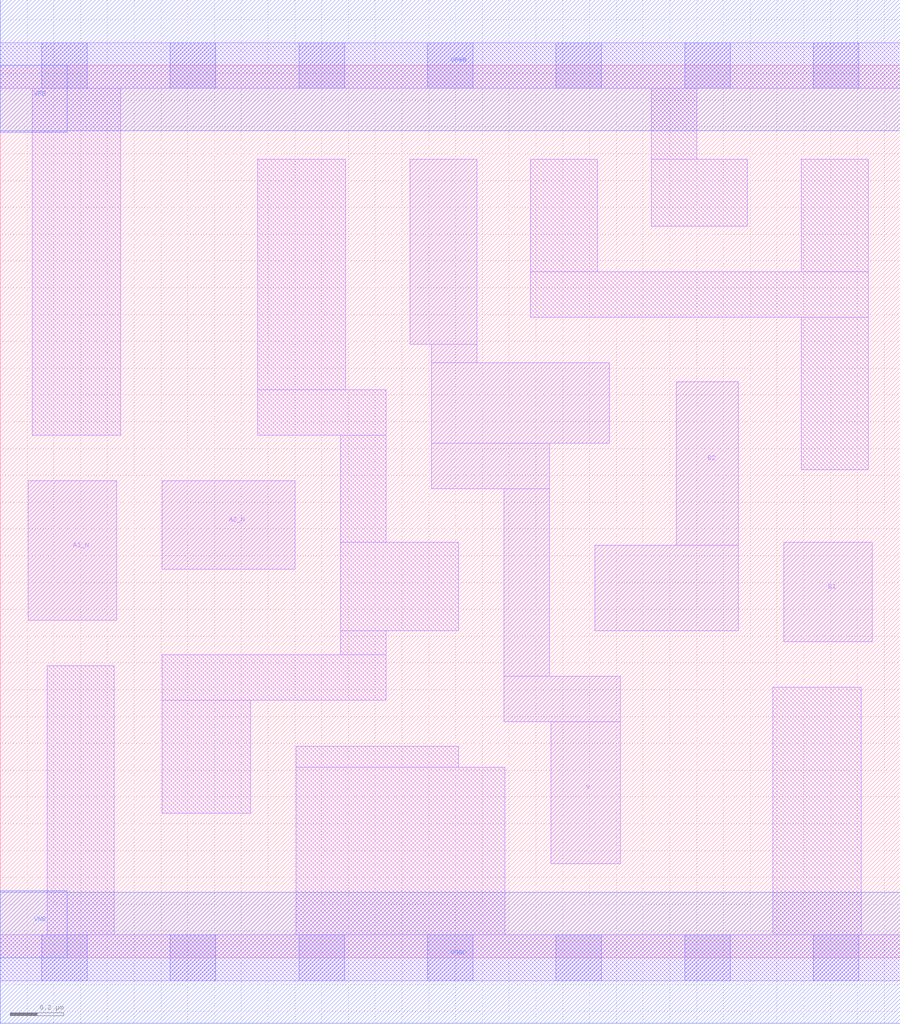
<source format=lef>
# Copyright 2020 The SkyWater PDK Authors
#
# Licensed under the Apache License, Version 2.0 (the "License");
# you may not use this file except in compliance with the License.
# You may obtain a copy of the License at
#
#     https://www.apache.org/licenses/LICENSE-2.0
#
# Unless required by applicable law or agreed to in writing, software
# distributed under the License is distributed on an "AS IS" BASIS,
# WITHOUT WARRANTIES OR CONDITIONS OF ANY KIND, either express or implied.
# See the License for the specific language governing permissions and
# limitations under the License.
#
# SPDX-License-Identifier: Apache-2.0

VERSION 5.5 ;
NAMESCASESENSITIVE ON ;
BUSBITCHARS "[]" ;
DIVIDERCHAR "/" ;
MACRO sky130_fd_sc_ms__a2bb2oi_1
  CLASS CORE ;
  SOURCE USER ;
  ORIGIN  0.000000  0.000000 ;
  SIZE  3.360000 BY  3.330000 ;
  SYMMETRY X Y ;
  SITE unit ;
  PIN A1_N
    ANTENNAGATEAREA  0.233000 ;
    DIRECTION INPUT ;
    USE SIGNAL ;
    PORT
      LAYER li1 ;
        RECT 0.105000 1.260000 0.435000 1.780000 ;
    END
  END A1_N
  PIN A2_N
    ANTENNAGATEAREA  0.233000 ;
    DIRECTION INPUT ;
    USE SIGNAL ;
    PORT
      LAYER li1 ;
        RECT 0.605000 1.450000 1.100000 1.780000 ;
    END
  END A2_N
  PIN B1
    ANTENNAGATEAREA  0.279000 ;
    DIRECTION INPUT ;
    USE SIGNAL ;
    PORT
      LAYER li1 ;
        RECT 2.925000 1.180000 3.255000 1.550000 ;
    END
  END B1
  PIN B2
    ANTENNAGATEAREA  0.279000 ;
    DIRECTION INPUT ;
    USE SIGNAL ;
    PORT
      LAYER li1 ;
        RECT 2.220000 1.220000 2.755000 1.540000 ;
        RECT 2.525000 1.540000 2.755000 2.150000 ;
    END
  END B2
  PIN Y
    ANTENNADIFFAREA  0.515200 ;
    DIRECTION OUTPUT ;
    USE SIGNAL ;
    PORT
      LAYER li1 ;
        RECT 1.530000 2.290000 1.780000 2.980000 ;
        RECT 1.610000 1.750000 2.050000 1.920000 ;
        RECT 1.610000 1.920000 2.275000 2.220000 ;
        RECT 1.610000 2.220000 1.780000 2.290000 ;
        RECT 1.880000 0.880000 2.315000 1.050000 ;
        RECT 1.880000 1.050000 2.050000 1.750000 ;
        RECT 2.055000 0.350000 2.315000 0.880000 ;
    END
  END Y
  PIN VGND
    DIRECTION INOUT ;
    USE GROUND ;
    PORT
      LAYER met1 ;
        RECT 0.000000 -0.245000 3.360000 0.245000 ;
    END
  END VGND
  PIN VNB
    DIRECTION INOUT ;
    USE GROUND ;
    PORT
      LAYER met1 ;
        RECT 0.000000 0.000000 0.250000 0.250000 ;
    END
  END VNB
  PIN VPB
    DIRECTION INOUT ;
    USE POWER ;
    PORT
      LAYER met1 ;
        RECT 0.000000 3.080000 0.250000 3.330000 ;
    END
  END VPB
  PIN VPWR
    DIRECTION INOUT ;
    USE POWER ;
    PORT
      LAYER met1 ;
        RECT 0.000000 3.085000 3.360000 3.575000 ;
    END
  END VPWR
  OBS
    LAYER li1 ;
      RECT 0.000000 -0.085000 3.360000 0.085000 ;
      RECT 0.000000  3.245000 3.360000 3.415000 ;
      RECT 0.120000  1.950000 0.450000 3.245000 ;
      RECT 0.175000  0.085000 0.425000 1.090000 ;
      RECT 0.605000  0.540000 0.935000 0.960000 ;
      RECT 0.605000  0.960000 1.440000 1.130000 ;
      RECT 0.960000  1.950000 1.440000 2.120000 ;
      RECT 0.960000  2.120000 1.290000 2.980000 ;
      RECT 1.105000  0.085000 1.885000 0.710000 ;
      RECT 1.105000  0.710000 1.710000 0.790000 ;
      RECT 1.270000  1.130000 1.440000 1.220000 ;
      RECT 1.270000  1.220000 1.710000 1.550000 ;
      RECT 1.270000  1.550000 1.440000 1.950000 ;
      RECT 1.980000  2.390000 3.240000 2.560000 ;
      RECT 1.980000  2.560000 2.230000 2.980000 ;
      RECT 2.430000  2.730000 2.790000 2.980000 ;
      RECT 2.430000  2.980000 2.600000 3.245000 ;
      RECT 2.885000  0.085000 3.215000 1.010000 ;
      RECT 2.990000  1.820000 3.240000 2.390000 ;
      RECT 2.990000  2.560000 3.240000 2.980000 ;
    LAYER mcon ;
      RECT 0.155000 -0.085000 0.325000 0.085000 ;
      RECT 0.155000  3.245000 0.325000 3.415000 ;
      RECT 0.635000 -0.085000 0.805000 0.085000 ;
      RECT 0.635000  3.245000 0.805000 3.415000 ;
      RECT 1.115000 -0.085000 1.285000 0.085000 ;
      RECT 1.115000  3.245000 1.285000 3.415000 ;
      RECT 1.595000 -0.085000 1.765000 0.085000 ;
      RECT 1.595000  3.245000 1.765000 3.415000 ;
      RECT 2.075000 -0.085000 2.245000 0.085000 ;
      RECT 2.075000  3.245000 2.245000 3.415000 ;
      RECT 2.555000 -0.085000 2.725000 0.085000 ;
      RECT 2.555000  3.245000 2.725000 3.415000 ;
      RECT 3.035000 -0.085000 3.205000 0.085000 ;
      RECT 3.035000  3.245000 3.205000 3.415000 ;
  END
END sky130_fd_sc_ms__a2bb2oi_1

</source>
